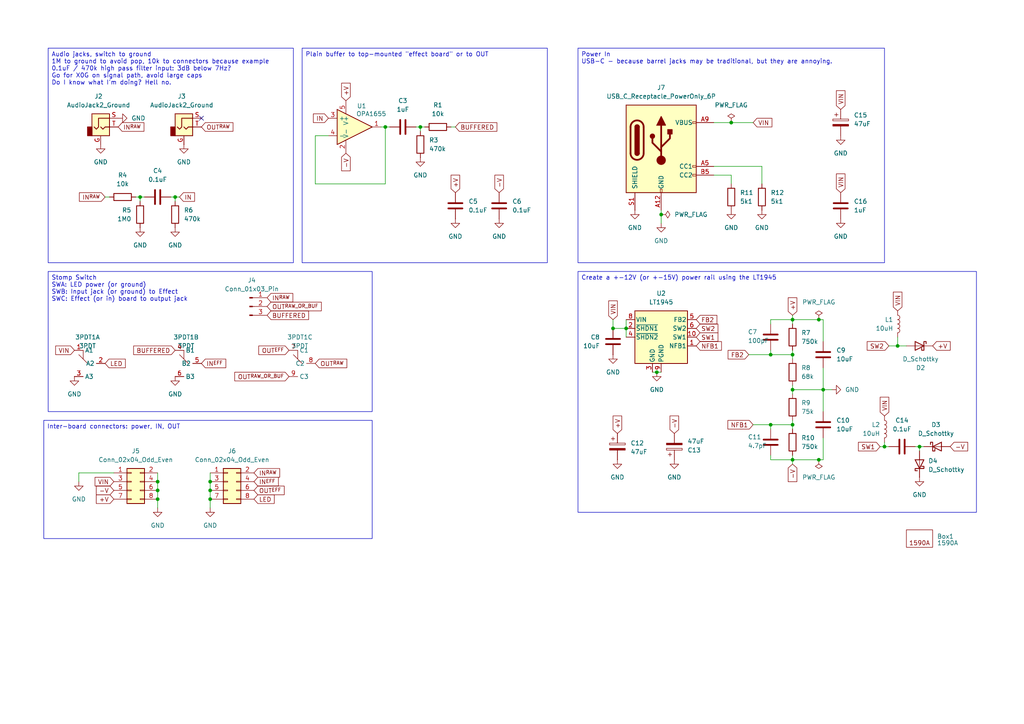
<source format=kicad_sch>
(kicad_sch (version 20231120) (generator "eeschema") (generator_version "8.0")
  (paper "A4")
  (title_block (title "Base board using LT1945 for power rails") (date "2025-02-28") (rev "v1.0"))
  (lib_symbols
    (symbol "Connector:Conn_01x03_Pin" (pin_names (offset 1.016) hide)
      (property "Reference" "J" (at 0 5.08 0))
      (property "Value" "Conn_01x03_Pin" (at 0 -5.08 0))
      (symbol "Conn_01x03_Pin_1_1"
        (polyline (pts (xy 1.27 -2.54) (xy 0.8636 -2.54)) (stroke (width 0.1524)))
        (polyline (pts (xy 1.27 0) (xy 0.8636 0)) (stroke (width 0.1524)))
        (polyline (pts (xy 1.27 2.54) (xy 0.8636 2.54)) (stroke (width 0.1524)))
        (rectangle (start 0.8636 -2.413) (end 0 -2.667) (stroke (width 0.1524)) (fill (type outline)))
        (rectangle (start 0.8636 0.127) (end 0 -0.127) (stroke (width 0.1524)) (fill (type outline)))
        (rectangle (start 0.8636 2.667) (end 0 2.413) (stroke (width 0.1524)) (fill (type outline)))
        (pin passive line (at 5.08 2.54 180) (length 3.81) (name "Pin_1") (number "1"))
        (pin passive line (at 5.08 0 180) (length 3.81) (name "Pin_2") (number "2"))
        (pin passive line (at 5.08 -2.54 180) (length 3.81) (name "Pin_3") (number "3"))
      )
    )
    (symbol "Connector:USB_C_Receptacle_PowerOnly_6P" (pin_names (offset 1.016))
      (property "Reference" "J" (at 0 16.51 0))
      (property "Value" "USB_C_Receptacle_PowerOnly_6P" (at 0 13.97 0))
      (symbol "USB_C_Receptacle_PowerOnly_6P_0_0"
        (rectangle (start -0.254 -12.7) (end 0.254 -11.684))
        (rectangle (start 10.16 -7.366) (end 9.144 -7.874))
        (rectangle (start 10.16 -4.826) (end 9.144 -5.334))
        (rectangle (start 10.16 7.874) (end 9.144 7.366))
      )
      (symbol "USB_C_Receptacle_PowerOnly_6P_0_1"
        (rectangle (start -10.16 12.7) (end 10.16 -12.7) (stroke (width 0.254)) (fill (type background)))
        (arc (start -8.89 -1.27) (mid -6.985 -3.1667) (end -5.08 -1.27) (stroke (width 0.508)))
        (arc (start -7.62 -1.27) (mid -6.985 -1.9023) (end -6.35 -1.27) (stroke (width 0.254)))
        (arc (start -7.62 -1.27) (mid -6.985 -1.9023) (end -6.35 -1.27) (stroke (width 0.254)) (fill (type outline)))
        (rectangle (start -7.62 -1.27) (end -6.35 6.35) (stroke (width 0.254)) (fill (type outline)))
        (arc (start -6.35 6.35) (mid -6.985 6.9823) (end -7.62 6.35) (stroke (width 0.254)))
        (arc (start -6.35 6.35) (mid -6.985 6.9823) (end -7.62 6.35) (stroke (width 0.254)) (fill (type outline)))
        (arc (start -5.08 6.35) (mid -6.985 8.2467) (end -8.89 6.35) (stroke (width 0.508)))
        (circle (center -2.54 3.683) (radius 0.635) (stroke (width 0.254)) (fill (type outline)))
        (circle (center 0 -3.302) (radius 1.27) (fill (type outline)))
        (polyline (pts (xy -8.89 -1.27) (xy -8.89 6.35)) (stroke (width 0.508)))
        (polyline (pts (xy -5.08 6.35) (xy -5.08 -1.27)) (stroke (width 0.508)))
        (polyline (pts (xy 0 -3.302) (xy 0 6.858)) (stroke (width 0.508)))
        (polyline (pts (xy 0 -0.762) (xy -2.54 1.778) (xy -2.54 3.048)) (stroke (width 0.508)))
        (polyline (pts (xy 0 0.508) (xy 2.54 3.048) (xy 2.54 4.318)) (stroke (width 0.508)))
        (polyline (pts (xy -1.27 6.858) (xy 0 9.398) (xy 1.27 6.858) (xy -1.27 6.858)) (stroke (width 0.254)) (fill (type outline)))
        (rectangle (start 1.905 4.318) (end 3.175 5.588) (stroke (width 0.254)) (fill (type outline)))
      )
      (symbol "USB_C_Receptacle_PowerOnly_6P_1_1"
        (pin passive line (at 0 -17.78 90) (length 5.08) (name "GND") (number "A12"))
        (pin bidirectional line (at 15.24 -5.08 180) (length 5.08) (name "CC1") (number "A5"))
        (pin passive line (at 15.24 7.62 180) (length 5.08) (name "VBUS") (number "A9"))
        (pin passive line (at 0 -17.78 90) (length 5.08) hide (name "GND") (number "B12"))
        (pin bidirectional line (at 15.24 -7.62 180) (length 5.08) (name "CC2") (number "B5"))
        (pin passive line (at 15.24 7.62 180) (length 5.08) hide (name "VBUS") (number "B9"))
        (pin passive line (at -7.62 -17.78 90) (length 5.08) (name "SHIELD") (number "S1"))
      )
    )
    (symbol "Connector_Audio:AudioJack2_Ground"
      (property "Reference" "J" (at 0 8.89 0))
      (property "Value" "AudioJack2_Ground" (at 0 6.35 0))
      (symbol "AudioJack2_Ground_0_1"
        (rectangle (start -2.54 -2.54) (end -3.81 0) (stroke (width 0.254)) (fill (type outline)))
        (polyline (pts (xy 0 0) (xy 0.635 -0.635) (xy 1.27 0) (xy 2.54 0)) (stroke (width 0.254)))
        (polyline (pts (xy 2.54 2.54) (xy -0.635 2.54) (xy -0.635 0) (xy -1.27 -0.635) (xy -1.905 0)) (stroke (width 0.254)))
        (rectangle (start 2.54 3.81) (end -2.54 -2.54) (stroke (width 0.254)) (fill (type background)))
      )
      (symbol "AudioJack2_Ground_1_1"
        (pin passive line (at 0 -5.08 90) (length 2.54) (name "~") (number "G"))
        (pin passive line (at 5.08 2.54 180) (length 2.54) (name "~") (number "S"))
        (pin passive line (at 5.08 0 180) (length 2.54) (name "~") (number "T"))
      )
    )
    (symbol "Connector_Generic:Conn_02x04_Odd_Even" (pin_names (offset 1.016) hide)
      (property "Reference" "J" (at 1.27 5.08 0))
      (property "Value" "Conn_02x04_Odd_Even" (at 1.27 -7.62 0))
      (symbol "Conn_02x04_Odd_Even_1_1"
        (rectangle (start -1.27 -4.953) (end 0 -5.207) (stroke (width 0.1524)))
        (rectangle (start -1.27 -2.413) (end 0 -2.667) (stroke (width 0.1524)))
        (rectangle (start -1.27 0.127) (end 0 -0.127) (stroke (width 0.1524)))
        (rectangle (start -1.27 2.667) (end 0 2.413) (stroke (width 0.1524)))
        (rectangle (start -1.27 3.81) (end 3.81 -6.35) (stroke (width 0.254)) (fill (type background)))
        (rectangle (start 3.81 -4.953) (end 2.54 -5.207) (stroke (width 0.1524)))
        (rectangle (start 3.81 -2.413) (end 2.54 -2.667) (stroke (width 0.1524)))
        (rectangle (start 3.81 0.127) (end 2.54 -0.127) (stroke (width 0.1524)))
        (rectangle (start 3.81 2.667) (end 2.54 2.413) (stroke (width 0.1524)))
        (pin passive line (at -5.08 2.54 0) (length 3.81) (name "Pin_1") (number "1"))
        (pin passive line (at 7.62 2.54 180) (length 3.81) (name "Pin_2") (number "2"))
        (pin passive line (at -5.08 0 0) (length 3.81) (name "Pin_3") (number "3"))
        (pin passive line (at 7.62 0 180) (length 3.81) (name "Pin_4") (number "4"))
        (pin passive line (at -5.08 -2.54 0) (length 3.81) (name "Pin_5") (number "5"))
        (pin passive line (at 7.62 -2.54 180) (length 3.81) (name "Pin_6") (number "6"))
        (pin passive line (at -5.08 -5.08 0) (length 3.81) (name "Pin_7") (number "7"))
        (pin passive line (at 7.62 -5.08 180) (length 3.81) (name "Pin_8") (number "8"))
      )
    )
    (symbol "Device:C" (pin_numbers hide) (pin_names (offset 0.254))
      (property "Reference" "C" (at 0.635 2.54 0))
      (property "Value" "C" (at 0.635 -2.54 0))
      (symbol "C_0_1"
        (polyline (pts (xy -2.032 -0.762) (xy 2.032 -0.762)) (stroke (width 0.508)))
        (polyline (pts (xy -2.032 0.762) (xy 2.032 0.762)) (stroke (width 0.508)))
      )
      (symbol "C_1_1"
        (pin passive line (at 0 3.81 270) (length 2.794) (name "~") (number "1"))
        (pin passive line (at 0 -3.81 90) (length 2.794) (name "~") (number "2"))
      )
    )
    (symbol "Device:C_Polarized" (pin_numbers hide) (pin_names (offset 0.254))
      (property "Reference" "C" (at 0.635 2.54 0))
      (property "Value" "C_Polarized" (at 0.635 -2.54 0))
      (symbol "C_Polarized_0_1"
        (rectangle (start -2.286 0.508) (end 2.286 1.016))
        (polyline (pts (xy -1.778 2.286) (xy -0.762 2.286)))
        (polyline (pts (xy -1.27 2.794) (xy -1.27 1.778)))
        (rectangle (start 2.286 -0.508) (end -2.286 -1.016) (fill (type outline)))
      )
      (symbol "C_Polarized_1_1"
        (pin passive line (at 0 3.81 270) (length 2.794) (name "~") (number "1"))
        (pin passive line (at 0 -3.81 90) (length 2.794) (name "~") (number "2"))
      )
    )
    (symbol "Device:D_Schottky" (pin_numbers hide) (pin_names (offset 1.016) hide)
      (property "Reference" "D" (at 0 2.54 0))
      (property "Value" "D_Schottky" (at 0 -2.54 0))
      (symbol "D_Schottky_0_1"
        (polyline (pts (xy 1.27 0) (xy -1.27 0)))
        (polyline (pts (xy 1.27 1.27) (xy 1.27 -1.27) (xy -1.27 0) (xy 1.27 1.27)) (stroke (width 0.254)))
        (polyline (pts (xy -1.905 0.635) (xy -1.905 1.27) (xy -1.27 1.27) (xy -1.27 -1.27) (xy -0.635 -1.27) (xy -0.635 -0.635)) (stroke (width 0.254)))
      )
      (symbol "D_Schottky_1_1"
        (pin passive line (at -3.81 0 0) (length 2.54) (name "K") (number "1"))
        (pin passive line (at 3.81 0 180) (length 2.54) (name "A") (number "2"))
      )
    )
    (symbol "Device:L" (pin_numbers hide) (pin_names (offset 1.016) hide)
      (property "Reference" "L" (at -1.27 0 90))
      (property "Value" "L" (at 1.905 0 90))
      (symbol "L_0_1"
        (arc (start 0 -2.54) (mid 0.6323 -1.905) (end 0 -1.27))
        (arc (start 0 -1.27) (mid 0.6323 -0.635) (end 0 0))
        (arc (start 0 0) (mid 0.6323 0.635) (end 0 1.27))
        (arc (start 0 1.27) (mid 0.6323 1.905) (end 0 2.54))
      )
      (symbol "L_1_1"
        (pin passive line (at 0 3.81 270) (length 1.27) (name "1") (number "1"))
        (pin passive line (at 0 -3.81 90) (length 1.27) (name "2") (number "2"))
      )
    )
    (symbol "Device:R" (pin_numbers hide) (pin_names (offset 0))
      (property "Reference" "R" (at 2.032 0 90))
      (property "Value" "R" (at 0 0 90))
      (symbol "R_0_1"
        (rectangle (start -1.016 -2.54) (end 1.016 2.54) (stroke (width 0.254)))
      )
      (symbol "R_1_1"
        (pin passive line (at 0 3.81 270) (length 1.27) (name "~") (number "1"))
        (pin passive line (at 0 -3.81 90) (length 1.27) (name "~") (number "2"))
      )
    )
    (symbol "Mylib:3PDT"
      (property "Reference" "3PDT" (at 0 0 0))
      (symbol "3PDT_0_1"
        (polyline (pts (xy 0 -3.81) (xy 0 -6.35)))
        (polyline (pts (xy 1.27 -7.62) (xy -1.27 -5.08)))
      )
      (symbol "3PDT_1_1"
        (pin passive line (at -2.54 -3.81 0) (length 2.54) (name "A1") (number "1"))
        (pin passive line (at 6.35 -7.62 180) (length 2.54) (name "A2") (number "2"))
        (pin passive line (at -2.54 -11.43 0) (length 2.54) (name "A3") (number "3"))
      )
      (symbol "3PDT_2_1"
        (pin passive line (at -2.54 -3.81 0) (length 2.54) (name "B1") (number "4"))
        (pin passive line (at 5.08 -7.62 180) (length 2.54) (name "B2") (number "5"))
        (pin passive line (at -2.54 -11.43 0) (length 2.54) (name "B3") (number "6"))
      )
      (symbol "3PDT_3_1"
        (pin passive line (at -2.54 -3.81 0) (length 2.54) (name "C1") (number "7"))
        (pin passive line (at 5.08 -7.62 180) (length 2.54) (name "C2") (number "8"))
        (pin passive line (at -2.54 -11.43 0) (length 2.54) (name "C3") (number "9"))
      )
    )
    (symbol "Mylib:Enclosure_1590A"
      (property "Reference" "Box" (at 0 0 0))
      (symbol "Enclosure_1590A_0_1"
        (rectangle (start -3.81 1.27) (end 3.81 -3.81))
      )
      (symbol "Enclosure_1590A_1_1"
        (text "1590A" (at 0 -2.54 0) (effects (font (size 1.27 1.27))))
      )
    )
    (symbol "Mylib:OPA1655DVB"
      (property "Reference" "U" (at -6.35 6.35 0))
      (symbol "OPA1655DVB_0_1"
        (polyline (pts (xy 0 5.08) (xy 10.16 0) (xy 0 -5.08) (xy 0 5.08)) (stroke (width 0.254)) (fill (type background)))
        (pin power_in line (at 2.54 -7.62 90) (length 3.81) (name "V-") (number "2"))
        (pin power_in line (at 2.54 7.62 270) (length 3.81) (name "V+") (number "5"))
      )
      (symbol "OPA1655DVB_1_1"
        (pin output line (at 12.7 0 180) (length 2.54) (name "~") (number "1"))
        (pin input line (at -2.54 2.54 0) (length 2.54) (name "+") (number "3"))
        (pin input line (at -2.54 -2.54 0) (length 2.54) (name "-") (number "4"))
      )
    )
    (symbol "Regulator_Switching:LT1945" (pin_names (offset 0.254))
      (property "Reference" "U" (at -6.35 11.43 0))
      (property "Value" "LT1945" (at 3.81 11.43 0))
      (symbol "LT1945_0_1"
        (rectangle (start -7.62 10.16) (end 7.62 -5.08) (stroke (width 0.254)) (fill (type background)))
      )
      (symbol "LT1945_1_1"
        (pin input line (at 10.16 0 180) (length 2.54) (name "NFB1") (number "1"))
        (pin power_out line (at 10.16 2.54 180) (length 2.54) (name "SW1") (number "10"))
        (pin input line (at -10.16 5.08 0) (length 2.54) (name "~{SHDN1}") (number "2"))
        (pin power_in line (at -2.54 -7.62 90) (length 2.54) (name "GND") (number "3"))
        (pin input line (at -10.16 2.54 0) (length 2.54) (name "~{SHDN2}") (number "4"))
        (pin input line (at 10.16 7.62 180) (length 2.54) (name "FB2") (number "5"))
        (pin power_out line (at 10.16 5.08 180) (length 2.54) (name "SW2") (number "6"))
        (pin passive line (at 0 -7.62 90) (length 2.54) hide (name "PGND") (number "7"))
        (pin power_in line (at -10.16 7.62 0) (length 2.54) (name "VIN") (number "8"))
        (pin power_in line (at 0 -7.62 90) (length 2.54) (name "PGND") (number "9"))
      )
    )
    (symbol "power:GND" (power) (pin_numbers hide) (pin_names (offset 0) hide)
      (property "Value" "GND" (at 0 -3.81 0))
      (symbol "GND_0_1"
        (polyline (pts (xy 0 0) (xy 0 -1.27) (xy 1.27 -1.27) (xy 0 -2.54) (xy -1.27 -1.27) (xy 0 -1.27)))
      )
      (symbol "GND_1_1"
        (pin power_in line (at 0 0 270) (length 0) (name "~") (number "1"))
      )
    )
    (symbol "power:PWR_FLAG" (power) (pin_numbers hide) (pin_names (offset 0) hide)
      (property "Value" "PWR_FLAG" (at 0 3.81 0))
      (symbol "PWR_FLAG_0_0"
        (pin power_out line (at 0 0 90) (length 0) (name "~") (number "1"))
      )
      (symbol "PWR_FLAG_0_1"
        (polyline (pts (xy 0 0) (xy 0 1.27) (xy -1.016 1.905) (xy 0 2.54) (xy 1.016 1.905) (xy 0 1.27)))
      )
    )
  )
  (junction (at 60.96 142.24))
  (junction (at 45.72 142.24))
  (junction (at 238.76 113.03))
  (junction (at 45.72 139.7))
  (junction (at 60.96 139.7))
  (junction (at 260.35 100.33))
  (junction (at 229.87 102.87))
  (junction (at 237.49 133.35))
  (junction (at 45.72 144.78))
  (junction (at 121.92 36.83))
  (junction (at 229.87 92.71))
  (junction (at 223.52 102.87))
  (junction (at 60.96 144.78))
  (junction (at 229.87 113.03))
  (junction (at 237.49 92.71))
  (junction (at 229.87 133.35))
  (junction (at 256.54 129.54))
  (junction (at 266.7 129.54))
  (junction (at 223.52 123.19))
  (junction (at 50.8 57.15))
  (junction (at 181.61 95.25))
  (junction (at 212.09 35.56))
  (junction (at 177.8 95.25))
  (junction (at 111.76 36.83))
  (junction (at 190.5 107.95))
  (junction (at 229.87 123.19))
  (junction (at 40.64 57.15))
  (junction (at 191.77 62.23))
  (no_connect (at 58.42 34.29))
  (wire (pts (xy 266.7 129.54) (xy 266.7 130.81)))
  (wire (pts (xy 45.72 144.78) (xy 45.72 147.32)))
  (wire (pts (xy 218.44 123.19) (xy 223.52 123.19)))
  (wire (pts (xy 229.87 133.35) (xy 229.87 134.62)))
  (wire (pts (xy 256.54 128.27) (xy 256.54 129.54)))
  (wire (pts (xy 217.17 102.87) (xy 223.52 102.87)))
  (wire (pts (xy 130.81 36.83) (xy 132.08 36.83)))
  (wire (pts (xy 33.02 137.16) (xy 22.86 137.16)))
  (wire (pts (xy 40.64 57.15) (xy 40.64 58.42)))
  (wire (pts (xy 229.87 92.71) (xy 237.49 92.71)))
  (wire (pts (xy 177.8 95.25) (xy 177.8 92.71)))
  (wire (pts (xy 111.76 36.83) (xy 111.76 53.34)))
  (wire (pts (xy 229.87 102.87) (xy 229.87 104.14)))
  (wire (pts (xy 50.8 57.15) (xy 52.07 57.15)))
  (wire (pts (xy 91.44 53.34) (xy 91.44 39.37)))
  (wire (pts (xy 60.96 137.16) (xy 60.96 139.7)))
  (wire (pts (xy 40.64 57.15) (xy 41.91 57.15)))
  (wire (pts (xy 212.09 50.8) (xy 212.09 53.34)))
  (wire (pts (xy 111.76 53.34) (xy 91.44 53.34)))
  (wire (pts (xy 181.61 95.25) (xy 177.8 95.25)))
  (wire (pts (xy 229.87 111.76) (xy 229.87 113.03)))
  (wire (pts (xy 220.98 48.26) (xy 220.98 53.34)))
  (wire (pts (xy 238.76 113.03) (xy 229.87 113.03)))
  (wire (pts (xy 238.76 92.71) (xy 238.76 99.06)))
  (wire (pts (xy 223.52 92.71) (xy 229.87 92.71)))
  (wire (pts (xy 113.03 36.83) (xy 111.76 36.83)))
  (wire (pts (xy 229.87 92.71) (xy 229.87 93.98)))
  (wire (pts (xy 229.87 91.44) (xy 229.87 92.71)))
  (wire (pts (xy 237.49 133.35) (xy 229.87 133.35)))
  (wire (pts (xy 60.96 139.7) (xy 60.96 142.24)))
  (wire (pts (xy 189.23 107.95) (xy 190.5 107.95)))
  (wire (pts (xy 50.8 57.15) (xy 50.8 58.42)))
  (wire (pts (xy 255.27 129.54) (xy 256.54 129.54)))
  (wire (pts (xy 241.3 113.03) (xy 238.76 113.03)))
  (wire (pts (xy 223.52 101.6) (xy 223.52 102.87)))
  (wire (pts (xy 229.87 113.03) (xy 229.87 114.3)))
  (wire (pts (xy 229.87 121.92) (xy 229.87 123.19)))
  (wire (pts (xy 229.87 101.6) (xy 229.87 102.87)))
  (wire (pts (xy 45.72 142.24) (xy 45.72 144.78)))
  (wire (pts (xy 30.48 57.15) (xy 31.75 57.15)))
  (wire (pts (xy 265.43 129.54) (xy 266.7 129.54)))
  (wire (pts (xy 260.35 100.33) (xy 262.89 100.33)))
  (wire (pts (xy 22.86 137.16) (xy 22.86 139.7)))
  (wire (pts (xy 223.52 133.35) (xy 229.87 133.35)))
  (wire (pts (xy 237.49 92.71) (xy 238.76 92.71)))
  (wire (pts (xy 238.76 106.68) (xy 238.76 113.03)))
  (wire (pts (xy 223.52 123.19) (xy 229.87 123.19)))
  (wire (pts (xy 238.76 113.03) (xy 238.76 119.38)))
  (wire (pts (xy 45.72 139.7) (xy 45.72 142.24)))
  (wire (pts (xy 191.77 62.23) (xy 191.77 60.96)))
  (wire (pts (xy 238.76 133.35) (xy 237.49 133.35)))
  (wire (pts (xy 223.52 123.19) (xy 223.52 124.46)))
  (wire (pts (xy 212.09 35.56) (xy 207.01 35.56)))
  (wire (pts (xy 223.52 132.08) (xy 223.52 133.35)))
  (wire (pts (xy 257.81 100.33) (xy 260.35 100.33)))
  (wire (pts (xy 260.35 100.33) (xy 260.35 97.79)))
  (wire (pts (xy 223.52 102.87) (xy 229.87 102.87)))
  (wire (pts (xy 181.61 92.71) (xy 181.61 95.25)))
  (wire (pts (xy 60.96 144.78) (xy 60.96 147.32)))
  (wire (pts (xy 218.44 35.56) (xy 212.09 35.56)))
  (wire (pts (xy 121.92 36.83) (xy 123.19 36.83)))
  (wire (pts (xy 207.01 50.8) (xy 212.09 50.8)))
  (wire (pts (xy 91.44 39.37) (xy 95.25 39.37)))
  (wire (pts (xy 49.53 57.15) (xy 50.8 57.15)))
  (wire (pts (xy 120.65 36.83) (xy 121.92 36.83)))
  (wire (pts (xy 110.49 36.83) (xy 111.76 36.83)))
  (wire (pts (xy 190.5 107.95) (xy 191.77 107.95)))
  (wire (pts (xy 207.01 48.26) (xy 220.98 48.26)))
  (wire (pts (xy 121.92 36.83) (xy 121.92 38.1)))
  (wire (pts (xy 266.7 129.54) (xy 267.97 129.54)))
  (wire (pts (xy 229.87 132.08) (xy 229.87 133.35)))
  (wire (pts (xy 60.96 142.24) (xy 60.96 144.78)))
  (wire (pts (xy 229.87 123.19) (xy 229.87 124.46)))
  (wire (pts (xy 223.52 93.98) (xy 223.52 92.71)))
  (wire (pts (xy 45.72 137.16) (xy 45.72 139.7)))
  (wire (pts (xy 39.37 57.15) (xy 40.64 57.15)))
  (wire (pts (xy 191.77 64.77) (xy 191.77 62.23)))
  (wire (pts (xy 181.61 95.25) (xy 181.61 97.79)))
  (wire (pts (xy 256.54 129.54) (xy 257.81 129.54)))
  (wire (pts (xy 238.76 127) (xy 238.76 133.35)))
  (text_box "Audio jacks, switch to ground\n1M to ground to avoid pop, 10k to connectors because example\n0.1uF / 470k high pass filter input: 3dB below 7Hz?\nGo for X0G on signal path, avoid large caps\nDo I know what I'm doing? Hell no." (at 13.97 13.97 0) (size 71.12 62.23) (effects (font (size 1.27 1.27)) (justify left top)))
  (text_box "Plain buffer to top-mounted \"effect board\" or to OUT" (at 87.63 13.97 0) (size 71.12 62.23) (effects (font (size 1.27 1.27)) (justify left top)))
  (text_box "Inter-board connectors: power, IN, OUT" (at 12.7 121.92 0) (size 95.25 34.29) (effects (font (size 1.27 1.27)) (justify left top)))
  (text_box "Stomp Switch\nSWA: LED power (or ground)\nSWB: Input jack (or ground) to Effect\nSWC: Effect (or in) board to output jack" (at 13.97 78.74 0) (size 93.98 40.64) (effects (font (size 1.27 1.27)) (justify left top)))
  (text_box "Create a +-12V (or +-15V) power rail using the LT1945" (at 167.64 78.74 0) (size 115.57 69.85) (effects (font (size 1.27 1.27)) (justify left top)))
  (text_box "Power In\nUSB-C - because barrel jacks may be traditional, but they are annoying." (at 167.64 13.97 0) (size 88.9 62.23) (effects (font (size 1.27 1.27)) (justify left top)))
  (global_label "NFB1" (shape input) (at 218.44 123.19 180) (property "Intersheetrefs" "${INTERSHEET_REFS}" (effects (hide yes))))
  (global_label "SW1" (shape input) (at 255.27 129.54 180) (property "Intersheetrefs" "${INTERSHEET_REFS}" (effects (hide yes))))
  (global_label "+V" (shape input) (at 270.51 100.33 0) (property "Intersheetrefs" "${INTERSHEET_REFS}" (effects (hide yes))))
  (global_label "-V" (shape input) (at 275.59 129.54 0) (property "Intersheetrefs" "${INTERSHEET_REFS}" (effects (hide yes))))
  (global_label "IN^{EFF}" (shape input) (at 58.42 105.41 0) (property "Intersheetrefs" "${INTERSHEET_REFS}" (effects (hide yes))))
  (global_label "IN^{RAW}" (shape input) (at 73.66 137.16 0) (property "Intersheetrefs" "${INTERSHEET_REFS}" (effects (hide yes))))
  (global_label "VIN" (shape input) (at 243.84 55.88 90) (property "Intersheetrefs" "${INTERSHEET_REFS}" (effects (hide yes))))
  (global_label "VIN" (shape input) (at 260.35 90.17 90) (property "Intersheetrefs" "${INTERSHEET_REFS}" (effects (hide yes))))
  (global_label "OUT^{RAW_OR_BUF}" (shape input) (at 83.82 109.22 180) (property "Intersheetrefs" "${INTERSHEET_REFS}" (effects (hide yes))))
  (global_label "BUFFERED" (shape input) (at 77.47 91.44 0) (property "Intersheetrefs" "${INTERSHEET_REFS}" (effects (hide yes))))
  (global_label "BUFFERED" (shape input) (at 50.8 101.6 180) (property "Intersheetrefs" "${INTERSHEET_REFS}" (effects (hide yes))))
  (global_label "IN" (shape input) (at 52.07 57.15 0) (property "Intersheetrefs" "${INTERSHEET_REFS}" (effects (hide yes))))
  (global_label "OUT^{RAW}" (shape input) (at 58.42 36.83 0) (property "Intersheetrefs" "${INTERSHEET_REFS}" (effects (hide yes))))
  (global_label "FB2" (shape input) (at 201.93 92.71 0) (property "Intersheetrefs" "${INTERSHEET_REFS}" (effects (hide yes))))
  (global_label "SW2" (shape input) (at 201.93 95.25 0) (property "Intersheetrefs" "${INTERSHEET_REFS}" (effects (hide yes))))
  (global_label "VIN" (shape input) (at 21.59 101.6 180) (property "Intersheetrefs" "${INTERSHEET_REFS}" (effects (hide yes))))
  (global_label "OUT^{EFF}" (shape input) (at 83.82 101.6 180) (property "Intersheetrefs" "${INTERSHEET_REFS}" (effects (hide yes))))
  (global_label "-V" (shape input) (at 100.33 44.45 270) (property "Intersheetrefs" "${INTERSHEET_REFS}" (effects (hide yes))))
  (global_label "SW2" (shape input) (at 257.81 100.33 180) (property "Intersheetrefs" "${INTERSHEET_REFS}" (effects (hide yes))))
  (global_label "VIN" (shape input) (at 256.54 120.65 90) (property "Intersheetrefs" "${INTERSHEET_REFS}" (effects (hide yes))))
  (global_label "IN^{RAW}" (shape input) (at 34.29 36.83 0) (property "Intersheetrefs" "${INTERSHEET_REFS}" (effects (hide yes))))
  (global_label "+V" (shape input) (at 132.08 55.88 90) (property "Intersheetrefs" "${INTERSHEET_REFS}" (effects (hide yes))))
  (global_label "IN^{RAW}" (shape input) (at 77.47 86.36 0) (property "Intersheetrefs" "${INTERSHEET_REFS}" (effects (hide yes))))
  (global_label "VIN" (shape input) (at 218.44 35.56 0) (property "Intersheetrefs" "${INTERSHEET_REFS}" (effects (hide yes))))
  (global_label "SW1" (shape input) (at 201.93 97.79 0) (property "Intersheetrefs" "${INTERSHEET_REFS}" (effects (hide yes))))
  (global_label "IN^{RAW}" (shape input) (at 30.48 57.15 180) (property "Intersheetrefs" "${INTERSHEET_REFS}" (effects (hide yes))))
  (global_label "OUT^{RAW_OR_BUF}" (shape input) (at 77.47 88.9 0) (property "Intersheetrefs" "${INTERSHEET_REFS}" (effects (hide yes))))
  (global_label "LED" (shape input) (at 73.66 144.78 0) (property "Intersheetrefs" "${INTERSHEET_REFS}" (effects (hide yes))))
  (global_label "IN" (shape input) (at 95.25 34.29 180) (property "Intersheetrefs" "${INTERSHEET_REFS}" (effects (hide yes))))
  (global_label "-V" (shape input) (at 144.78 55.88 90) (property "Intersheetrefs" "${INTERSHEET_REFS}" (effects (hide yes))))
  (global_label "-V" (shape input) (at 33.02 142.24 180) (property "Intersheetrefs" "${INTERSHEET_REFS}" (effects (hide yes))))
  (global_label "-V" (shape input) (at 195.58 125.73 90) (property "Intersheetrefs" "${INTERSHEET_REFS}" (effects (hide yes))))
  (global_label "BUFFERED" (shape input) (at 132.08 36.83 0) (property "Intersheetrefs" "${INTERSHEET_REFS}" (effects (hide yes))))
  (global_label "+V" (shape input) (at 100.33 29.21 90) (property "Intersheetrefs" "${INTERSHEET_REFS}" (effects (hide yes))))
  (global_label "+V" (shape input) (at 33.02 144.78 180) (property "Intersheetrefs" "${INTERSHEET_REFS}" (effects (hide yes))))
  (global_label "OUT^{EFF}" (shape input) (at 73.66 142.24 0) (property "Intersheetrefs" "${INTERSHEET_REFS}" (effects (hide yes))))
  (global_label "LED" (shape input) (at 30.48 105.41 0) (property "Intersheetrefs" "${INTERSHEET_REFS}" (effects (hide yes))))
  (global_label "+V" (shape input) (at 229.87 91.44 90) (property "Intersheetrefs" "${INTERSHEET_REFS}" (effects (hide yes))))
  (global_label "OUT^{RAW}" (shape input) (at 91.44 105.41 0) (property "Intersheetrefs" "${INTERSHEET_REFS}" (effects (hide yes))))
  (global_label "VIN" (shape input) (at 243.84 31.75 90) (property "Intersheetrefs" "${INTERSHEET_REFS}" (effects (hide yes))))
  (global_label "IN^{EFF}" (shape input) (at 73.66 139.7 0) (property "Intersheetrefs" "${INTERSHEET_REFS}" (effects (hide yes))))
  (global_label "-V" (shape input) (at 229.87 134.62 270) (property "Intersheetrefs" "${INTERSHEET_REFS}" (effects (hide yes))))
  (global_label "FB2" (shape input) (at 217.17 102.87 180) (property "Intersheetrefs" "${INTERSHEET_REFS}" (effects (hide yes))))
  (global_label "VIN" (shape input) (at 177.8 92.71 90) (property "Intersheetrefs" "${INTERSHEET_REFS}" (effects (hide yes))))
  (global_label "VIN" (shape input) (at 33.02 139.7 180) (property "Intersheetrefs" "${INTERSHEET_REFS}" (effects (hide yes))))
  (global_label "+V" (shape input) (at 179.07 125.73 90) (property "Intersheetrefs" "${INTERSHEET_REFS}" (effects (hide yes))))
  (global_label "NFB1" (shape input) (at 201.93 100.33 0) (property "Intersheetrefs" "${INTERSHEET_REFS}" (effects (hide yes))))
  (symbol (lib_id "power:GND") (at 29.21 41.91 0) (unit 1)
    (property "Reference" "#PWR7" (effects (hide yes)))
    (property "Value" "GND" (at 29.21 46.99 0))
    (property "Description" "Power symbol creates a global label with name \"GND\" , ground" (effects (hide yes)))
  )
  (symbol (lib_id "Device:D_Schottky") (at 266.7 100.33 0) (mirror y) (unit 1)
    (property "Reference" "D2" (at 267.0175 106.68 0))
    (property "Value" "D_Schottky" (at 267.0175 104.14 0))
    (property "Footprint" "Diode_SMD:D_SOD-123" (effects (hide yes)))
    (property "Description" "Schottky diode" (effects (hide yes)))
  )
  (symbol (lib_id "power:PWR_FLAG") (at 237.49 92.71 0) (unit 1)
    (property "Reference" "#FLG4" (effects (hide yes)))
    (property "Value" "PWR_FLAG" (at 237.49 87.63 0))
    (property "Description" "Special symbol for telling ERC where power comes from" (effects (hide yes)))
  )
  (symbol (lib_id "Device:R") (at 229.87 118.11 0) (unit 1)
    (property "Reference" "R9" (at 232.41 116.8399 0) (effects (justify left)))
    (property "Value" "75k" (at 232.41 119.3799 0) (effects (justify left)))
    (property "Footprint" "Resistor_SMD:R_0805_2012Metric_Pad1.20x1.40mm_HandSolder" (effects (hide yes)))
    (property "Description" "Resistor" (effects (hide yes)))
  )
  (symbol (lib_id "Connector_Audio:AudioJack2_Ground") (at 29.21 36.83 0) (unit 1)
    (property "Reference" "J2" (at 28.575 27.94 0))
    (property "Value" "AudioJack2_Ground" (at 28.575 30.48 0))
    (property "Footprint" "Mylib:CK-6.35" (effects (hide yes)))
    (property "Description" "Audio Jack, 2 Poles (Mono / TS), Grounded Sleeve" (effects (hide yes)))
  )
  (symbol (lib_id "Mylib:OPA1655DVB") (at 97.79 36.83 0) (unit 1)
    (property "Reference" "U1" (at 104.902 30.734 0))
    (property "Value" "OPA1655" (at 107.696 33.02 0))
    (property "Footprint" "Package_TO_SOT_SMD:SOT-23-5_HandSoldering" (effects (hide yes)))
    (property "Datasheet" "https://www.ti.com/lit/ds/symlink/opa1655.pdf" (effects (hide yes)))
    (property "Description" "Ultra-Low-Noise, Low-Distortion, FET-Input Audio Operational Amplifier" (effects (hide yes)))
  )
  (symbol (lib_id "power:GND") (at 34.29 34.29 90) (unit 1)
    (property "Reference" "#PWR3" (effects (hide yes)))
    (property "Value" "GND" (at 38.1 34.2899 90) (effects (justify right)))
    (property "Description" "Power symbol creates a global label with name \"GND\" , ground" (effects (hide yes)))
  )
  (symbol (lib_id "power:GND") (at 266.7 138.43 0) (unit 1)
    (property "Reference" "#PWR22" (effects (hide yes)))
    (property "Value" "GND" (at 266.7 143.51 0))
    (property "Description" "Power symbol creates a global label with name \"GND\" , ground" (effects (hide yes)))
  )
  (symbol (lib_id "Device:C") (at 243.84 59.69 0) (unit 1)
    (property "Reference" "C16" (at 247.65 58.4199 0) (effects (justify left)))
    (property "Value" "1uF" (at 247.65 60.9599 0) (effects (justify left)))
    (property "Footprint" "Capacitor_SMD:C_1206_3216Metric_Pad1.33x1.80mm_HandSolder" (effects (hide yes)))
    (property "Description" "Unpolarized capacitor" (effects (hide yes)))
  )
  (symbol (lib_id "Device:C_Polarized") (at 195.58 129.54 0) (mirror x) (unit 1)
    (property "Reference" "C13" (at 199.39 130.556 0) (effects (justify left)))
    (property "Value" "47uF" (at 199.39 128.016 0) (effects (justify left)))
    (property "Footprint" "Capacitor_THT:CP_Radial_D4.0mm_P2.00mm" (effects (hide yes)))
    (property "Description" "Polarized capacitor" (effects (hide yes)))
  )
  (symbol (lib_id "Device:C") (at 132.08 59.69 0) (unit 1)
    (property "Reference" "C5" (at 135.89 58.4199 0) (effects (justify left)))
    (property "Value" "0.1uF" (at 135.89 60.9599 0) (effects (justify left)))
    (property "Footprint" "Capacitor_SMD:C_1206_3216Metric_Pad1.33x1.80mm_HandSolder" (effects (hide yes)))
    (property "Description" "Unpolarized capacitor" (effects (hide yes)))
  )
  (symbol (lib_id "Device:C") (at 116.84 36.83 90) (unit 1)
    (property "Reference" "C3" (at 116.84 29.21 90))
    (property "Value" "1uF" (at 116.84 31.75 90))
    (property "Footprint" "Capacitor_SMD:C_1206_3216Metric_Pad1.33x1.80mm_HandSolder" (effects (hide yes)))
    (property "Description" "Unpolarized capacitor" (effects (hide yes)))
  )
  (symbol (lib_id "power:GND") (at 22.86 139.7 0) (unit 1)
    (property "Reference" "#PWR23" (effects (hide yes)))
    (property "Value" "GND" (at 22.86 144.78 0))
    (property "Description" "Power symbol creates a global label with name \"GND\" , ground" (effects (hide yes)))
  )
  (symbol (lib_id "Device:C_Polarized") (at 243.84 35.56 0) (unit 1)
    (property "Reference" "C15" (at 247.65 33.4009 0) (effects (justify left)))
    (property "Value" "47uF" (at 247.65 35.9409 0) (effects (justify left)))
    (property "Footprint" "Capacitor_THT:CP_Radial_D5.0mm_P2.00mm" (effects (hide yes)))
    (property "Description" "Polarized capacitor" (effects (hide yes)))
  )
  (symbol (lib_id "Connector:Conn_01x03_Pin") (at 72.39 88.9 0) (unit 1)
    (property "Reference" "J4" (at 73.025 81.28 0))
    (property "Value" "Conn_01x03_Pin" (at 73.025 83.82 0))
    (property "Footprint" "Connector_PinHeader_2.54mm:PinHeader_1x03_P2.54mm_Vertical" (effects (hide yes)))
    (property "Description" "Generic connector, single row, 01x03, script generated" (effects (hide yes)))
  )
  (symbol (lib_id "power:GND") (at 45.72 147.32 0) (unit 1)
    (property "Reference" "#PWR24" (effects (hide yes)))
    (property "Value" "GND" (at 45.72 152.4 0))
    (property "Description" "Power symbol creates a global label with name \"GND\" , ground" (effects (hide yes)))
  )
  (symbol (lib_id "power:GND") (at 241.3 113.03 90) (unit 1)
    (property "Reference" "#PWR17" (effects (hide yes)))
    (property "Value" "GND" (at 245.11 113.0299 90) (effects (justify right)))
    (property "Description" "Power symbol creates a global label with name \"GND\" , ground" (effects (hide yes)))
  )
  (symbol (lib_id "power:GND") (at 40.64 66.04 0) (unit 1)
    (property "Reference" "#PWR13" (effects (hide yes)))
    (property "Value" "GND" (at 40.64 71.12 0))
    (property "Description" "Power symbol creates a global label with name \"GND\" , ground" (effects (hide yes)))
  )
  (symbol (lib_id "power:GND") (at 243.84 63.5 0) (unit 1)
    (property "Reference" "#PWR31" (effects (hide yes)))
    (property "Value" "GND" (at 243.84 68.58 0))
    (property "Description" "Power symbol creates a global label with name \"GND\" , ground" (effects (hide yes)))
  )
  (symbol (lib_id "power:GND") (at 195.58 133.35 0) (unit 1)
    (property "Reference" "#PWR21" (effects (hide yes)))
    (property "Value" "GND" (at 195.58 138.43 0))
    (property "Description" "Power symbol creates a global label with name \"GND\" , ground" (effects (hide yes)))
  )
  (symbol (lib_id "power:GND") (at 184.15 60.96 0) (unit 1)
    (property "Reference" "#PWR26" (effects (hide yes)))
    (property "Value" "GND" (at 184.15 66.04 0))
    (property "Description" "Power symbol creates a global label with name \"GND\" , ground" (effects (hide yes)))
  )
  (symbol (lib_id "Device:R") (at 121.92 41.91 0) (unit 1)
    (property "Reference" "R3" (at 124.46 40.6399 0) (effects (justify left)))
    (property "Value" "470k" (at 124.46 43.1799 0) (effects (justify left)))
    (property "Footprint" "Resistor_SMD:R_0805_2012Metric_Pad1.20x1.40mm_HandSolder" (effects (hide yes)))
    (property "Description" "Resistor" (effects (hide yes)))
  )
  (symbol (lib_id "Device:L") (at 256.54 124.46 0) (mirror x) (unit 1)
    (property "Reference" "L2" (at 255.27 123.1899 0) (effects (justify right)))
    (property "Value" "10uH" (at 255.27 125.7299 0) (effects (justify right)))
    (property "Footprint" "Inductor_SMD:L_0805_2012Metric_Pad1.15x1.40mm_HandSolder" (effects (hide yes)))
    (property "Description" "Inductor" (effects (hide yes)))
  )
  (symbol (lib_id "power:GND") (at 132.08 63.5 0) (unit 1)
    (property "Reference" "#PWR11" (effects (hide yes)))
    (property "Value" "GND" (at 132.08 68.58 0))
    (property "Description" "Power symbol creates a global label with name \"GND\" , ground" (effects (hide yes)))
  )
  (symbol (lib_id "Device:R") (at 35.56 57.15 90) (unit 1)
    (property "Reference" "R4" (at 35.56 50.8 90))
    (property "Value" "10k" (at 35.56 53.34 90))
    (property "Footprint" "Resistor_SMD:R_0805_2012Metric_Pad1.20x1.40mm_HandSolder" (effects (hide yes)))
    (property "Description" "Resistor" (effects (hide yes)))
  )
  (symbol (lib_id "Device:C") (at 45.72 57.15 90) (unit 1)
    (property "Reference" "C4" (at 45.72 49.53 90))
    (property "Value" "0.1uF" (at 45.72 52.07 90))
    (property "Footprint" "Capacitor_SMD:C_1206_3216Metric_Pad1.33x1.80mm_HandSolder" (effects (hide yes)))
    (property "Description" "Unpolarized capacitor" (effects (hide yes)))
  )
  (symbol (lib_id "power:GND") (at 212.09 60.96 0) (unit 1)
    (property "Reference" "#PWR28" (effects (hide yes)))
    (property "Value" "GND" (at 212.09 66.04 0))
    (property "Description" "Power symbol creates a global label with name \"GND\" , ground" (effects (hide yes)))
  )
  (symbol (lib_id "power:PWR_FLAG") (at 237.49 133.35 180) (unit 1)
    (property "Reference" "#FLG5" (effects (hide yes)))
    (property "Value" "PWR_FLAG" (at 237.49 138.43 0))
    (property "Description" "Special symbol for telling ERC where power comes from" (effects (hide yes)))
  )
  (symbol (lib_id "Device:D_Schottky") (at 266.7 134.62 90) (unit 1)
    (property "Reference" "D4" (at 269.24 133.6674 90) (effects (justify right)))
    (property "Value" "D_Schottky" (at 269.24 136.2074 90) (effects (justify right)))
    (property "Footprint" "Diode_SMD:D_SOD-123" (effects (hide yes)))
    (property "Description" "Schottky diode" (effects (hide yes)))
  )
  (symbol (lib_id "Device:C") (at 223.52 97.79 180) (unit 1)
    (property "Reference" "C7" (at 216.916 96.266 0) (effects (justify right)))
    (property "Value" "100pF" (at 216.916 98.806 0) (effects (justify right)))
    (property "Footprint" "Capacitor_SMD:C_0805_2012Metric_Pad1.18x1.45mm_HandSolder" (effects (hide yes)))
    (property "Description" "Unpolarized capacitor" (effects (hide yes)))
  )
  (symbol (lib_id "Mylib:3PDT") (at 53.34 97.79 0) (unit 2)
    (property "Reference" "3PDT1" (at 53.975 97.79 0))
    (property "Value" "3PDT" (at 53.975 100.33 0))
    (property "Footprint" "Mylib:3PDT-Stomp-Switch" (effects (hide yes)))
  )
  (symbol (lib_id "Device:R") (at 220.98 57.15 0) (unit 1)
    (property "Reference" "R12" (at 223.52 55.8799 0) (effects (justify left)))
    (property "Value" "5k1" (at 223.52 58.4199 0) (effects (justify left)))
    (property "Footprint" "Resistor_SMD:R_0805_2012Metric_Pad1.20x1.40mm_HandSolder" (effects (hide yes)))
    (property "Description" "Resistor" (effects (hide yes)))
  )
  (symbol (lib_id "power:GND") (at 243.84 39.37 0) (unit 1)
    (property "Reference" "#PWR30" (effects (hide yes)))
    (property "Value" "GND" (at 243.84 44.45 0))
    (property "Description" "Power symbol creates a global label with name \"GND\" , ground" (effects (hide yes)))
  )
  (symbol (lib_id "Device:C") (at 144.78 59.69 0) (unit 1)
    (property "Reference" "C6" (at 148.59 58.4199 0) (effects (justify left)))
    (property "Value" "0.1uF" (at 148.59 60.9599 0) (effects (justify left)))
    (property "Footprint" "Capacitor_SMD:C_1206_3216Metric_Pad1.33x1.80mm_HandSolder" (effects (hide yes)))
    (property "Description" "Unpolarized capacitor" (effects (hide yes)))
  )
  (symbol (lib_id "Device:R") (at 229.87 107.95 0) (unit 1)
    (property "Reference" "R8" (at 232.41 106.6799 0) (effects (justify left)))
    (property "Value" "68k" (at 232.41 109.2199 0) (effects (justify left)))
    (property "Footprint" "Resistor_SMD:R_0805_2012Metric_Pad1.20x1.40mm_HandSolder" (effects (hide yes)))
    (property "Description" "Resistor" (effects (hide yes)))
  )
  (symbol (lib_id "power:GND") (at 53.34 41.91 0) (unit 1)
    (property "Reference" "#PWR8" (effects (hide yes)))
    (property "Value" "GND" (at 53.34 46.99 0))
    (property "Description" "Power symbol creates a global label with name \"GND\" , ground" (effects (hide yes)))
  )
  (symbol (lib_id "Mylib:Enclosure_1590A") (at 266.7 154.94 0) (unit 1)
    (property "Reference" "Box1" (at 271.78 155.5749 0) (effects (justify left)))
    (property "Value" "1590A" (at 271.78 157.48 0) (effects (justify left)))
    (property "Footprint" "Mylib:1590A" (effects (hide yes)))
  )
  (symbol (lib_id "Device:R") (at 40.64 62.23 0) (mirror y) (unit 1)
    (property "Reference" "R5" (at 38.1 60.9599 0) (effects (justify left)))
    (property "Value" "1M0" (at 38.1 63.4999 0) (effects (justify left)))
    (property "Footprint" "Resistor_SMD:R_0805_2012Metric_Pad1.20x1.40mm_HandSolder" (effects (hide yes)))
    (property "Description" "Resistor" (effects (hide yes)))
  )
  (symbol (lib_id "Connector_Generic:Conn_02x04_Odd_Even") (at 66.04 139.7 0) (unit 1)
    (property "Reference" "J6" (at 67.31 130.81 0))
    (property "Value" "Conn_02x04_Odd_Even" (at 67.31 133.35 0))
    (property "Footprint" "Connector_PinHeader_2.54mm:PinHeader_2x04_P2.54mm_Vertical" (effects (hide yes)))
    (property "Description" "Generic connector, double row, 02x04, odd/even pin numbering scheme (row 1 odd numbers, row 2 even numbers), script generated (kicad-library-utils/schlib/autogen/connector/)" (effects (hide yes)))
  )
  (symbol (lib_id "power:GND") (at 60.96 147.32 0) (mirror y) (unit 1)
    (property "Reference" "#PWR25" (effects (hide yes)))
    (property "Value" "GND" (at 60.96 152.4 0))
    (property "Description" "Power symbol creates a global label with name \"GND\" , ground" (effects (hide yes)))
  )
  (symbol (lib_id "Device:C") (at 177.8 99.06 0) (mirror y) (unit 1)
    (property "Reference" "C8" (at 173.99 97.7899 0) (effects (justify left)))
    (property "Value" "10uF" (at 173.99 100.3299 0) (effects (justify left)))
    (property "Footprint" "Capacitor_SMD:C_1206_3216Metric_Pad1.33x1.80mm_HandSolder" (effects (hide yes)))
    (property "Description" "Unpolarized capacitor" (effects (hide yes)))
  )
  (symbol (lib_id "power:GND") (at 121.92 45.72 0) (unit 1)
    (property "Reference" "#PWR10" (effects (hide yes)))
    (property "Value" "GND" (at 121.92 50.8 0))
    (property "Description" "Power symbol creates a global label with name \"GND\" , ground" (effects (hide yes)))
  )
  (symbol (lib_id "Device:R") (at 212.09 57.15 0) (unit 1)
    (property "Reference" "R11" (at 214.63 55.8799 0) (effects (justify left)))
    (property "Value" "5k1" (at 214.63 58.4199 0) (effects (justify left)))
    (property "Footprint" "Resistor_SMD:R_0805_2012Metric_Pad1.20x1.40mm_HandSolder" (effects (hide yes)))
    (property "Description" "Resistor" (effects (hide yes)))
  )
  (symbol (lib_id "power:PWR_FLAG") (at 191.77 62.23 270) (unit 1)
    (property "Reference" "#FLG6" (effects (hide yes)))
    (property "Value" "PWR_FLAG" (at 195.58 62.2299 90) (effects (justify left)))
    (property "Description" "Special symbol for telling ERC where power comes from" (effects (hide yes)))
  )
  (symbol (lib_id "Device:R") (at 229.87 97.79 0) (unit 1)
    (property "Reference" "R7" (at 232.41 96.5199 0) (effects (justify left)))
    (property "Value" "750k" (at 232.41 99.0599 0) (effects (justify left)))
    (property "Footprint" "Resistor_SMD:R_0805_2012Metric_Pad1.20x1.40mm_HandSolder" (effects (hide yes)))
    (property "Description" "Resistor" (effects (hide yes)))
  )
  (symbol (lib_id "Mylib:3PDT") (at 24.13 97.79 0) (unit 1)
    (property "Reference" "3PDT1" (at 25.4 97.79 0))
    (property "Value" "3PDT" (at 25.4 100.33 0))
    (property "Footprint" "Mylib:3PDT-Stomp-Switch" (effects (hide yes)))
  )
  (symbol (lib_id "Device:D_Schottky") (at 271.78 129.54 0) (unit 1)
    (property "Reference" "D3" (at 271.4625 123.19 0))
    (property "Value" "D_Schottky" (at 271.4625 125.73 0))
    (property "Footprint" "Diode_SMD:D_SOD-123" (effects (hide yes)))
    (property "Description" "Schottky diode" (effects (hide yes)))
  )
  (symbol (lib_id "power:GND") (at 177.8 102.87 0) (unit 1)
    (property "Reference" "#PWR15" (effects (hide yes)))
    (property "Value" "GND" (at 177.8 107.95 0))
    (property "Description" "Power symbol creates a global label with name \"GND\" , ground" (effects (hide yes)))
  )
  (symbol (lib_id "Device:C") (at 261.62 129.54 270) (unit 1)
    (property "Reference" "C14" (at 261.62 121.92 90))
    (property "Value" "0.1uF" (at 261.62 124.46 90))
    (property "Footprint" "Capacitor_SMD:C_1206_3216Metric_Pad1.33x1.80mm_HandSolder" (effects (hide yes)))
    (property "Description" "Unpolarized capacitor" (effects (hide yes)))
  )
  (symbol (lib_id "Connector_Generic:Conn_02x04_Odd_Even") (at 38.1 139.7 0) (unit 1)
    (property "Reference" "J5" (at 39.37 130.81 0))
    (property "Value" "Conn_02x04_Odd_Even" (at 39.37 133.35 0))
    (property "Footprint" "Connector_PinHeader_2.54mm:PinHeader_2x04_P2.54mm_Vertical" (effects (hide yes)))
    (property "Description" "Generic connector, double row, 02x04, odd/even pin numbering scheme (row 1 odd numbers, row 2 even numbers), script generated (kicad-library-utils/schlib/autogen/connector/)" (effects (hide yes)))
  )
  (symbol (lib_id "Device:C") (at 238.76 102.87 0) (unit 1)
    (property "Reference" "C9" (at 242.57 101.5999 0) (effects (justify left)))
    (property "Value" "10uF" (at 242.57 104.1399 0) (effects (justify left)))
    (property "Footprint" "Capacitor_SMD:C_1206_3216Metric_Pad1.33x1.80mm_HandSolder" (effects (hide yes)))
    (property "Description" "Unpolarized capacitor" (effects (hide yes)))
  )
  (symbol (lib_id "power:GND") (at 190.5 107.95 0) (unit 1)
    (property "Reference" "#PWR16" (effects (hide yes)))
    (property "Value" "GND" (at 190.5 113.03 0))
    (property "Description" "Power symbol creates a global label with name \"GND\" , ground" (effects (hide yes)))
  )
  (symbol (lib_id "Connector:USB_C_Receptacle_PowerOnly_6P") (at 191.77 43.18 0) (unit 1)
    (property "Reference" "J7" (at 191.77 25.4 0))
    (property "Value" "USB_C_Receptacle_PowerOnly_6P" (at 191.77 27.94 0))
    (property "Footprint" "Connector_USB:USB_C_Receptacle_GCT_USB4125-xx-x-0190_6P_TopMnt_Horizontal" (effects (hide yes)))
    (property "Datasheet" "https://www.usb.org/sites/default/files/documents/usb_type-c.zip" (effects (hide yes)))
    (property "Description" "USB Power-Only 6P Type-C Receptacle connector" (effects (hide yes)))
  )
  (symbol (lib_id "power:GND") (at 144.78 63.5 0) (unit 1)
    (property "Reference" "#PWR12" (effects (hide yes)))
    (property "Value" "GND" (at 144.78 68.58 0))
    (property "Description" "Power symbol creates a global label with name \"GND\" , ground" (effects (hide yes)))
  )
  (symbol (lib_id "Device:C") (at 223.52 128.27 180) (unit 1)
    (property "Reference" "C11" (at 216.916 126.746 0) (effects (justify right)))
    (property "Value" "4.7pF" (at 216.916 129.286 0) (effects (justify right)))
    (property "Footprint" "Capacitor_SMD:C_0805_2012Metric_Pad1.18x1.45mm_HandSolder" (effects (hide yes)))
    (property "Description" "Unpolarized capacitor" (effects (hide yes)))
  )
  (symbol (lib_id "power:GND") (at 191.77 64.77 0) (unit 1)
    (property "Reference" "#PWR27" (effects (hide yes)))
    (property "Value" "GND" (at 191.77 69.85 0))
    (property "Description" "Power symbol creates a global label with name \"GND\" , ground" (effects (hide yes)))
  )
  (symbol (lib_id "power:GND") (at 50.8 109.22 0) (unit 1)
    (property "Reference" "#PWR19" (effects (hide yes)))
    (property "Value" "GND" (at 50.8 114.3 0))
    (property "Description" "Power symbol creates a global label with name \"GND\" , ground" (effects (hide yes)))
  )
  (symbol (lib_id "Device:R") (at 127 36.83 90) (unit 1)
    (property "Reference" "R1" (at 127 30.48 90))
    (property "Value" "10k" (at 127 33.02 90))
    (property "Footprint" "Resistor_SMD:R_0805_2012Metric_Pad1.20x1.40mm_HandSolder" (effects (hide yes)))
    (property "Description" "Resistor" (effects (hide yes)))
  )
  (symbol (lib_id "Device:R") (at 229.87 128.27 0) (unit 1)
    (property "Reference" "R10" (at 232.41 126.9999 0) (effects (justify left)))
    (property "Value" "750k" (at 232.41 129.5399 0) (effects (justify left)))
    (property "Footprint" "Resistor_SMD:R_0805_2012Metric_Pad1.20x1.40mm_HandSolder" (effects (hide yes)))
    (property "Description" "Resistor" (effects (hide yes)))
  )
  (symbol (lib_id "power:GND") (at 50.8 66.04 0) (unit 1)
    (property "Reference" "#PWR14" (effects (hide yes)))
    (property "Value" "GND" (at 50.8 71.12 0))
    (property "Description" "Power symbol creates a global label with name \"GND\" , ground" (effects (hide yes)))
  )
  (symbol (lib_id "power:GND") (at 179.07 133.35 0) (unit 1)
    (property "Reference" "#PWR20" (effects (hide yes)))
    (property "Value" "GND" (at 179.07 138.43 0))
    (property "Description" "Power symbol creates a global label with name \"GND\" , ground" (effects (hide yes)))
  )
  (symbol (lib_id "Regulator_Switching:LT1945") (at 191.77 100.33 0) (unit 1)
    (property "Reference" "U2" (at 191.77 85.09 0))
    (property "Value" "LT1945" (at 191.77 87.63 0))
    (property "Footprint" "Package_SO:MSOP-10_3x3mm_P0.5mm" (effects (hide yes)))
    (property "Datasheet" "https://www.analog.com/media/en/technical-documentation/data-sheets/1945fa.pdf" (effects (hide yes)))
    (property "Description" "Dual Micropower DC/DC Converter with Positive and Negative Outputs, MSOP-10" (effects (hide yes)))
  )
  (symbol (lib_id "power:GND") (at 21.59 109.22 0) (unit 1)
    (property "Reference" "#PWR18" (effects (hide yes)))
    (property "Value" "GND" (at 21.59 114.3 0))
    (property "Description" "Power symbol creates a global label with name \"GND\" , ground" (effects (hide yes)))
  )
  (symbol (lib_id "Device:L") (at 260.35 93.98 0) (mirror x) (unit 1)
    (property "Reference" "L1" (at 259.08 92.7099 0) (effects (justify right)))
    (property "Value" "10uH" (at 259.08 95.2499 0) (effects (justify right)))
    (property "Footprint" "Inductor_SMD:L_0805_2012Metric_Pad1.15x1.40mm_HandSolder" (effects (hide yes)))
    (property "Description" "Inductor" (effects (hide yes)))
  )
  (symbol (lib_id "power:GND") (at 220.98 60.96 0) (unit 1)
    (property "Reference" "#PWR29" (effects (hide yes)))
    (property "Value" "GND" (at 220.98 66.04 0))
    (property "Description" "Power symbol creates a global label with name \"GND\" , ground" (effects (hide yes)))
  )
  (symbol (lib_id "Device:C") (at 238.76 123.19 0) (unit 1)
    (property "Reference" "C10" (at 242.57 121.9199 0) (effects (justify left)))
    (property "Value" "10uF" (at 242.57 124.4599 0) (effects (justify left)))
    (property "Footprint" "Capacitor_SMD:C_1206_3216Metric_Pad1.33x1.80mm_HandSolder" (effects (hide yes)))
    (property "Description" "Unpolarized capacitor" (effects (hide yes)))
  )
  (symbol (lib_id "Device:C_Polarized") (at 179.07 129.54 0) (unit 1)
    (property "Reference" "C12" (at 182.88 128.524 0) (effects (justify left)))
    (property "Value" "47uF" (at 182.88 131.064 0) (effects (justify left)))
    (property "Footprint" "Capacitor_THT:CP_Radial_D4.0mm_P2.00mm" (effects (hide yes)))
    (property "Description" "Polarized capacitor" (effects (hide yes)))
  )
  (symbol (lib_id "power:PWR_FLAG") (at 212.09 35.56 0) (unit 1)
    (property "Reference" "#FLG7" (effects (hide yes)))
    (property "Value" "PWR_FLAG" (at 212.09 30.48 0))
    (property "Description" "Special symbol for telling ERC where power comes from" (effects (hide yes)))
  )
  (symbol (lib_id "Connector_Audio:AudioJack2_Ground") (at 53.34 36.83 0) (unit 1)
    (property "Reference" "J3" (at 52.705 27.94 0))
    (property "Value" "AudioJack2_Ground" (at 52.705 30.48 0))
    (property "Footprint" "Mylib:CK-6.35" (effects (hide yes)))
    (property "Description" "Audio Jack, 2 Poles (Mono / TS), Grounded Sleeve" (effects (hide yes)))
  )
  (symbol (lib_id "Device:R") (at 50.8 62.23 0) (unit 1)
    (property "Reference" "R6" (at 53.34 60.9599 0) (effects (justify left)))
    (property "Value" "470k" (at 53.34 63.4999 0) (effects (justify left)))
    (property "Footprint" "Resistor_SMD:R_0805_2012Metric_Pad1.20x1.40mm_HandSolder" (effects (hide yes)))
    (property "Description" "Resistor" (effects (hide yes)))
  )
  (symbol (lib_id "Mylib:3PDT") (at 86.36 97.79 0) (unit 3)
    (property "Reference" "3PDT1" (at 86.995 97.79 0))
    (property "Value" "3PDT" (at 86.995 100.33 0))
    (property "Footprint" "Mylib:3PDT-Stomp-Switch" (effects (hide yes)))
  )
)
</source>
